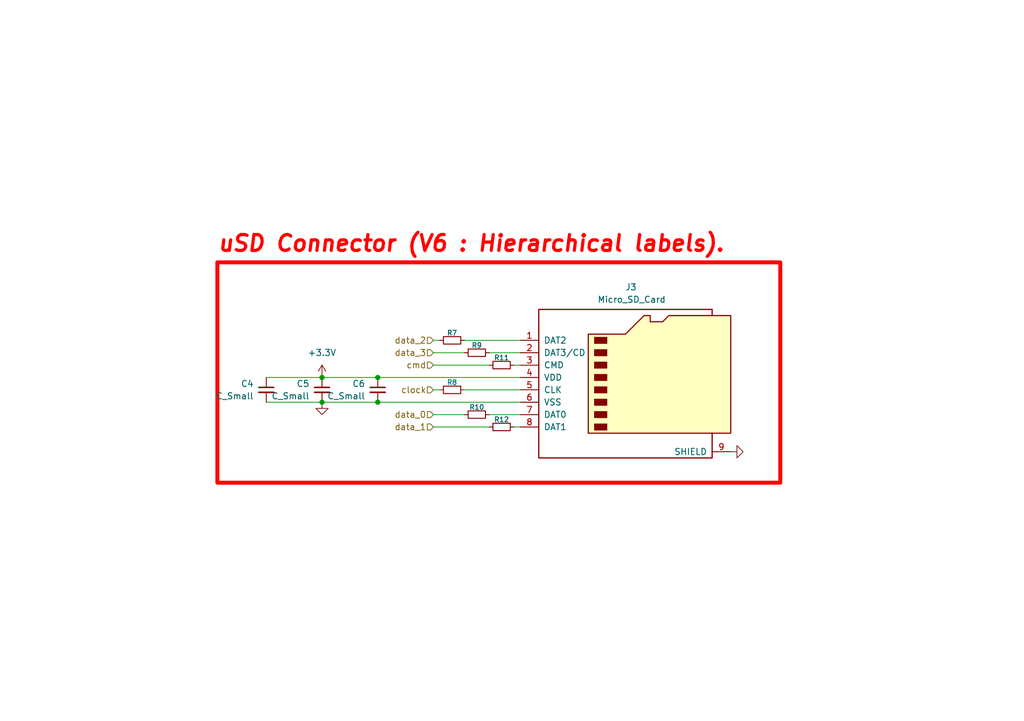
<source format=kicad_sch>
(kicad_sch (version 20250114) (generator "eeschema") (generator_version "9.0")
  (paper "A5")
  (lib_symbols
    (symbol "Connector:Micro_SD_Card" (pin_names (offset 1.016))
      (property "Reference" "J" (at -16.51 15.24 0))
      (property "Value" "Micro_SD_Card" (at 16.51 15.24 0))
      (symbol "Micro_SD_Card_0_1"
        (polyline (pts (xy -8.89 -11.43) (xy -8.89 8.89) (xy -1.27 8.89) (xy 2.54 12.7) (xy 3.81 12.7) (xy 3.81 11.43) (xy 6.35 11.43) (xy 7.62 12.7) (xy 20.32 12.7) (xy 20.32 -11.43) (xy -8.89 -11.43)) (stroke (width 0.254)) (fill (type background)))
        (rectangle (start -7.62 8.255) (end -5.08 6.985) (fill (type outline)))
        (rectangle (start -7.62 5.715) (end -5.08 4.445) (fill (type outline)))
        (rectangle (start -7.62 3.175) (end -5.08 1.905) (fill (type outline)))
        (rectangle (start -7.62 0.635) (end -5.08 -0.635) (fill (type outline)))
        (rectangle (start -7.62 -1.905) (end -5.08 -3.175) (fill (type outline)))
        (rectangle (start -7.62 -4.445) (end -5.08 -5.715) (fill (type outline)))
        (rectangle (start -7.62 -6.985) (end -5.08 -8.255) (fill (type outline)))
        (rectangle (start -7.62 -9.525) (end -5.08 -10.795) (fill (type outline)))
        (polyline (pts (xy 16.51 12.7) (xy 16.51 13.97) (xy -19.05 13.97) (xy -19.05 -16.51) (xy 16.51 -16.51) (xy 16.51 -11.43)) (stroke (width 0.254)))
      )
      (symbol "Micro_SD_Card_1_1"
        (pin bidirectional line (at -22.86 7.62 0) (length 3.81) (name "DAT2") (number "1"))
        (pin bidirectional line (at -22.86 5.08 0) (length 3.81) (name "DAT3/CD") (number "2"))
        (pin input line (at -22.86 2.54 0) (length 3.81) (name "CMD") (number "3"))
        (pin power_in line (at -22.86 0 0) (length 3.81) (name "VDD") (number "4"))
        (pin input line (at -22.86 -2.54 0) (length 3.81) (name "CLK") (number "5"))
        (pin power_in line (at -22.86 -5.08 0) (length 3.81) (name "VSS") (number "6"))
        (pin bidirectional line (at -22.86 -7.62 0) (length 3.81) (name "DAT0") (number "7"))
        (pin bidirectional line (at -22.86 -10.16 0) (length 3.81) (name "DAT1") (number "8"))
        (pin passive line (at 20.32 -15.24 180) (length 3.81) (name "SHIELD") (number "9"))
      )
    )
    (symbol "Device:C_Small" (pin_numbers (hide yes)) (pin_names (offset 0.254) (hide yes))
      (property "Reference" "C" (at 0.254 1.778 0))
      (property "Value" "C_Small" (at 0.254 -2.032 0))
      (symbol "C_Small_0_1"
        (polyline (pts (xy -1.524 0.508) (xy 1.524 0.508)) (stroke (width 0.3048)))
        (polyline (pts (xy -1.524 -0.508) (xy 1.524 -0.508)) (stroke (width 0.3302)))
      )
      (symbol "C_Small_1_1"
        (pin passive line (at 0 2.54 270) (length 2.032) (name "~") (number "1"))
        (pin passive line (at 0 -2.54 90) (length 2.032) (name "~") (number "2"))
      )
    )
    (symbol "Device:R_Small" (pin_numbers (hide yes)) (pin_names (offset 0.254) (hide yes))
      (property "Reference" "R" (at 0 0 90))
      (property "Value" "R_Small" (at 1.778 0 90))
      (symbol "R_Small_0_1"
        (rectangle (start -0.762 1.778) (end 0.762 -1.778) (stroke (width 0.2032)))
      )
      (symbol "R_Small_1_1"
        (pin passive line (at 0 2.54 270) (length 0.762) (name "~") (number "1"))
        (pin passive line (at 0 -2.54 90) (length 0.762) (name "~") (number "2"))
      )
    )
    (symbol "power:+3.3V" (power) (pin_numbers (hide yes)) (pin_names (offset 0) (hide yes))
      (property "Value" "+3.3V" (at 0 3.556 0))
      (symbol "+3.3V_0_1"
        (polyline (pts (xy -0.762 1.27) (xy 0 2.54)))
        (polyline (pts (xy 0 2.54) (xy 0.762 1.27)))
        (polyline (pts (xy 0 0) (xy 0 2.54)))
      )
      (symbol "+3.3V_1_1"
        (pin power_in line (at 0 0 90) (length 0) (name "~") (number "1"))
      )
    )
    (symbol "power:GND" (power) (pin_numbers (hide yes)) (pin_names (offset 0) (hide yes))
      (property "Value" "GND" (at 0 -3.81 0))
      (symbol "GND_0_1"
        (polyline (pts (xy 0 0) (xy 0 -1.27) (xy 1.27 -1.27) (xy 0 -2.54) (xy -1.27 -1.27) (xy 0 -1.27)))
      )
      (symbol "GND_1_1"
        (pin power_in line (at 0 0 270) (length 0) (name "~") (number "1"))
      )
    )
  )
  (rectangle (start 44.577 53.848) (end 160.02 99.06) (stroke (width 0.8128) (color 255 0 0 1)))
  (text "uSD Connector (V6 : Hierarchical labels)." (at 44.45 52.07 0) (effects (font (size 3.2512 3.2512) (thickness 0.6502) (bold yes) (italic yes)) (justify left bottom)))
  (junction (at 66.04 77.47))
  (junction (at 66.04 82.55))
  (junction (at 77.47 82.55))
  (junction (at 77.47 77.47))
  (wire (pts (xy 88.9 85.09) (xy 95.25 85.09)))
  (wire (pts (xy 88.9 72.39) (xy 95.25 72.39)))
  (wire (pts (xy 66.04 82.55) (xy 54.61 82.55)))
  (wire (pts (xy 77.47 77.47) (xy 106.68 77.47)))
  (wire (pts (xy 100.33 72.39) (xy 106.68 72.39)))
  (wire (pts (xy 88.9 74.93) (xy 100.33 74.93)))
  (wire (pts (xy 105.41 74.93) (xy 106.68 74.93)))
  (wire (pts (xy 66.04 77.47) (xy 77.47 77.47)))
  (wire (pts (xy 66.04 82.55) (xy 77.47 82.55)))
  (wire (pts (xy 95.25 80.01) (xy 106.68 80.01)))
  (wire (pts (xy 105.41 87.63) (xy 106.68 87.63)))
  (wire (pts (xy 90.17 69.85) (xy 88.9 69.85)))
  (wire (pts (xy 88.9 80.01) (xy 90.17 80.01)))
  (wire (pts (xy 100.33 85.09) (xy 106.68 85.09)))
  (wire (pts (xy 77.47 82.55) (xy 106.68 82.55)))
  (wire (pts (xy 54.61 77.47) (xy 66.04 77.47)))
  (wire (pts (xy 95.25 69.85) (xy 106.68 69.85)))
  (wire (pts (xy 88.9 87.63) (xy 100.33 87.63)))
  (hierarchical_label "data_2" (shape input) (at 88.9 69.85 180))
  (hierarchical_label "clock" (shape input) (at 88.9 80.01 180))
  (hierarchical_label "data_1" (shape input) (at 88.9 87.63 180))
  (hierarchical_label "cmd" (shape input) (at 88.9 74.93 180))
  (hierarchical_label "data_0" (shape input) (at 88.9 85.09 180))
  (hierarchical_label "data_3" (shape input) (at 88.9 72.39 180))
  (symbol (lib_id "Device:R_Small") (at 92.71 69.85 90) (unit 1)
    (property "Reference" "R1" (at 92.71 68.326 90) (effects (font (size 1.016 1.016))))
    (property "Value" "R_Small" (effects (hide yes)))
    (property "Footprint" "Resistor_SMD:R_1206_3216Metric_Pad1.30x1.75mm_HandSolder" (effects (hide yes)))
    (property "Description" "Resistor, small symbol" (effects (hide yes)))
    (instances (project "MainMiscellaneousBoard" (path "" (reference "R7") (unit 1)) (path "" (reference "R1") (unit 1))))
  )
  (symbol (lib_id "Device:R_Small") (at 92.71 80.01 90) (unit 1)
    (property "Reference" "R2" (at 92.71 78.486 90) (effects (font (size 1.016 1.016))))
    (property "Value" "R_Small" (effects (hide yes)))
    (property "Footprint" "Resistor_SMD:R_1206_3216Metric_Pad1.30x1.75mm_HandSolder" (effects (hide yes)))
    (property "Description" "Resistor, small symbol" (effects (hide yes)))
    (instances (project "MainMiscellaneousBoard" (path "" (reference "R8") (unit 1)) (path "" (reference "R2") (unit 1))))
  )
  (symbol (lib_id "Device:R_Small") (at 97.79 72.39 90) (unit 1)
    (property "Reference" "R3" (at 97.79 70.866 90) (effects (font (size 1.016 1.016))))
    (property "Value" "R_Small" (effects (hide yes)))
    (property "Footprint" "Resistor_SMD:R_1206_3216Metric_Pad1.30x1.75mm_HandSolder" (effects (hide yes)))
    (property "Description" "Resistor, small symbol" (effects (hide yes)))
    (instances (project "MainMiscellaneousBoard" (path "" (reference "R9") (unit 1)) (path "" (reference "R3") (unit 1))))
  )
  (symbol (lib_id "Device:R_Small") (at 97.79 85.09 90) (unit 1)
    (property "Reference" "R4" (at 97.79 83.566 90) (effects (font (size 1.016 1.016))))
    (property "Value" "R_Small" (effects (hide yes)))
    (property "Footprint" "Resistor_SMD:R_1206_3216Metric_Pad1.30x1.75mm_HandSolder" (effects (hide yes)))
    (property "Description" "Resistor, small symbol" (effects (hide yes)))
    (instances (project "MainMiscellaneousBoard" (path "" (reference "R10") (unit 1)) (path "" (reference "R4") (unit 1))))
  )
  (symbol (lib_id "Device:R_Small") (at 102.87 74.93 90) (unit 1)
    (property "Reference" "R5" (at 102.87 73.406 90) (effects (font (size 1.016 1.016))))
    (property "Value" "R_Small" (effects (hide yes)))
    (property "Footprint" "Resistor_SMD:R_1206_3216Metric_Pad1.30x1.75mm_HandSolder" (effects (hide yes)))
    (property "Description" "Resistor, small symbol" (effects (hide yes)))
    (instances (project "MainMiscellaneousBoard" (path "" (reference "R11") (unit 1)) (path "" (reference "R5") (unit 1))))
  )
  (symbol (lib_id "Device:C_Small") (at 54.61 80.01 0) (mirror y) (unit 1)
    (property "Reference" "C1" (at 52.07 78.7462 0) (effects (justify left)))
    (property "Value" "C_Small" (at 52.07 81.2862 0) (effects (justify left)))
    (property "Footprint" "Capacitor_SMD:C_1206_3216Metric_Pad1.33x1.80mm_HandSolder" (effects (hide yes)))
    (property "Description" "Unpolarized capacitor, small symbol" (effects (hide yes)))
    (instances (project "MainMiscellaneousBoard" (path "" (reference "C4") (unit 1)) (path "" (reference "C1") (unit 1))))
  )
  (symbol (lib_id "Device:C_Small") (at 66.04 80.01 0) (mirror y) (unit 1)
    (property "Reference" "C2" (at 63.5 78.7462 0) (effects (justify left)))
    (property "Value" "C_Small" (at 63.5 81.2862 0) (effects (justify left)))
    (property "Footprint" "Capacitor_SMD:C_1206_3216Metric_Pad1.33x1.80mm_HandSolder" (effects (hide yes)))
    (property "Description" "Unpolarized capacitor, small symbol" (effects (hide yes)))
    (instances (project "MainMiscellaneousBoard" (path "" (reference "C5") (unit 1)) (path "" (reference "C2") (unit 1))))
  )
  (symbol (lib_id "Connector:Micro_SD_Card") (at 129.54 77.47 0) (unit 1)
    (property "Reference" "J2" (at 129.413 58.928 0))
    (property "Value" "Micro_SD_Card" (at 129.54 61.468 0))
    (property "Footprint" "pcb:microSD_HC_Molex_47219-2001" (effects (hide yes)))
    (property "Datasheet" "https://www.we-online.com/components/products/datasheet/693072010801.pdf" (effects (hide yes)))
    (property "Description" "Micro SD Card Socket" (effects (hide yes)))
    (instances (project "MainMiscellaneousBoard" (path "" (reference "J3") (unit 1)) (path "" (reference "J2") (unit 1))))
  )
  (symbol (lib_id "power:GND") (at 66.04 82.55 0) (unit 1)
    (property "Reference" "#PWR2" (effects (hide yes)))
    (property "Value" "GND" (effects (hide yes)))
    (property "Description" "Power symbol creates a global label with name \"GND\" , ground" (effects (hide yes)))
    (instances (project "MainMiscellaneousBoard" (path "" (reference "#PWR5") (unit 1)) (path "" (reference "#PWR2") (unit 1))))
  )
  (symbol (lib_id "power:+3.3V") (at 66.04 77.47 0) (unit 1)
    (property "Reference" "#PWR1" (effects (hide yes)))
    (property "Value" "+3.3V" (at 66.04 72.39 0))
    (property "Description" "Power symbol creates a global label with name \"+3.3V\"" (effects (hide yes)))
    (instances (project "MainMiscellaneousBoard" (path "" (reference "#PWR4") (unit 1)) (path "" (reference "#PWR1") (unit 1))))
  )
  (symbol (lib_id "power:GND") (at 149.86 92.71 90) (unit 1)
    (property "Reference" "#PWR3" (effects (hide yes)))
    (property "Value" "GND" (effects (hide yes)))
    (property "Description" "Power symbol creates a global label with name \"GND\" , ground" (effects (hide yes)))
    (instances (project "MainMiscellaneousBoard" (path "" (reference "#PWR6") (unit 1)) (path "" (reference "#PWR3") (unit 1))))
  )
  (symbol (lib_id "Device:R_Small") (at 102.87 87.63 90) (unit 1)
    (property "Reference" "R6" (at 102.87 86.106 90) (effects (font (size 1.016 1.016))))
    (property "Value" "R_Small" (effects (hide yes)))
    (property "Footprint" "Resistor_SMD:R_1206_3216Metric_Pad1.30x1.75mm_HandSolder" (effects (hide yes)))
    (property "Description" "Resistor, small symbol" (effects (hide yes)))
    (instances (project "MainMiscellaneousBoard" (path "" (reference "R12") (unit 1)) (path "" (reference "R6") (unit 1))))
  )
  (symbol (lib_id "Device:C_Small") (at 77.47 80.01 0) (mirror y) (unit 1)
    (property "Reference" "C3" (at 74.93 78.7462 0) (effects (justify left)))
    (property "Value" "C_Small" (at 74.93 81.2862 0) (effects (justify left)))
    (property "Footprint" "Capacitor_SMD:C_1206_3216Metric_Pad1.33x1.80mm_HandSolder" (effects (hide yes)))
    (property "Description" "Unpolarized capacitor, small symbol" (effects (hide yes)))
    (instances (project "MainMiscellaneousBoard" (path "" (reference "C6") (unit 1)) (path "" (reference "C3") (unit 1))))
  )
)
</source>
